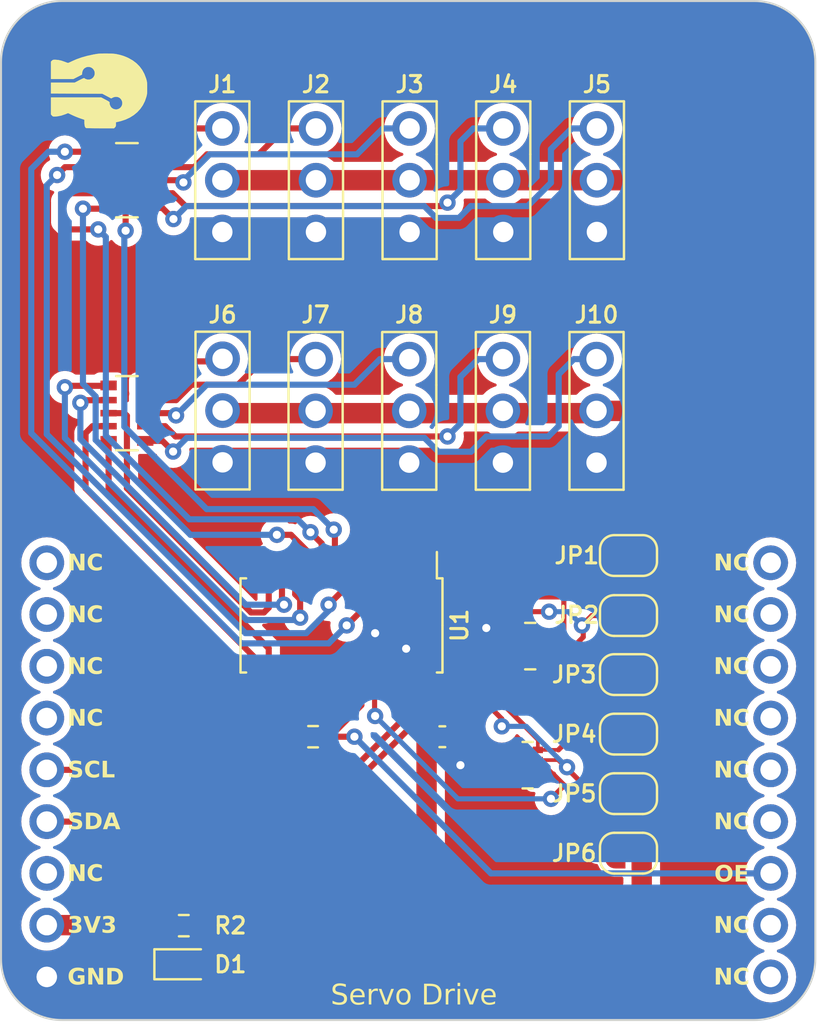
<source format=kicad_pcb>
(kicad_pcb (version 20221018) (generator pcbnew)
  (layers (0 "F.Cu" signal) (31 "B.Cu" signal) (34 "B.Paste" user) (35 "F.Paste" user) (36 "B.SilkS" user "B.Silkscreen") (37 "F.SilkS" user "F.Silkscreen") (38 "B.Mask" user) (39 "F.Mask" user) (44 "Edge.Cuts" user))
  (net 0 "")
  (net 1 "+3V3")
  (net 2 "GND")
  (net 3 "Net-(D1-A)")
  (net 4 "Net-(J1-Pin_1)")
  (net 5 "Net-(J2-Pin_1)")
  (net 6 "Net-(J3-Pin_1)")
  (net 7 "Net-(J4-Pin_1)")
  (net 8 "Net-(J5-Pin_1)")
  (net 9 "Net-(J6-Pin_1)")
  (net 10 "Net-(J7-Pin_1)")
  (net 11 "Net-(J8-Pin_1)")
  (net 12 "Net-(J9-Pin_1)")
  (net 13 "Net-(J10-Pin_1)")
  (net 14 "A0")
  (net 15 "A1")
  (net 16 "A2")
  (net 17 "A3")
  (net 18 "A4")
  (net 19 "A5")
  (net 20 "OE")
  (net 21 "PWM0")
  (net 22 "PWM1")
  (net 23 "PWM2")
  (net 24 "PWM3")
  (net 25 "PWM4")
  (net 26 "PWM5")
  (net 27 "PWM6")
  (net 28 "PWM7")
  (net 29 "PWM8")
  (net 30 "PWM9")
  (net 37 "SCL")
  (net 38 "SDA")
  (footprint "Connector_PinSocket_2.54mm:PinSocket_1x03_P2.54mm_Vertical" (layer "F.Cu") (at 88.209 63.373)
    (fp_text reference "J4")
    (fp_text value "Screw_Terminal_01x03" hide)
  )
  (footprint "Resistor_SMD:R_0603_1608Metric" (layer "F.Cu") (at 78.867 93.218 180)
    (fp_text reference "R1" hide)
    (fp_text value "10k" hide)
  )
  (footprint "Connector_PinSocket_2.54mm:PinSocket_1x03_P2.54mm_Vertical" (layer "F.Cu") (at 74.422 74.676)
    (fp_text reference "J6")
    (fp_text value "Screw_Terminal_01x03" hide)
  )
  (footprint "Jumper:SolderJumper-2_P1.3mm_Open_RoundedPad1.0x1.5mm" (layer "F.Cu") (at 94.361 84.328 180)
    (fp_text reference "JP1")
    (fp_text value "SolderJumper_2_Open" hide)
  )
  (footprint "LED_SMD:LED_0603_1608Metric" (layer "F.Cu") (at 72.557 104.384)
    (fp_text reference "D1")
    (fp_text value "LED" hide)
  )
  (footprint "Connector_PinSocket_2.54mm:PinSocket_1x03_P2.54mm_Vertical" (layer "F.Cu") (at 83.609 63.373)
    (fp_text reference "J3")
    (fp_text value "Screw_Terminal_01x03" hide)
  )
  (footprint "Connector_PinSocket_2.54mm:PinSocket_1x03_P2.54mm_Vertical" (layer "F.Cu") (at 88.191 74.691)
    (fp_text reference "J9")
    (fp_text value "Screw_Terminal_01x03" hide)
  )
  (footprint "Jumper:SolderJumper-2_P1.3mm_Open_RoundedPad1.0x1.5mm" (layer "F.Cu") (at 94.361 87.273 180)
    (fp_text reference "JP2")
    (fp_text value "SolderJumper_2_Open" hide)
  )
  (footprint "Connector_PinSocket_2.54mm:PinSocket_1x03_P2.54mm_Vertical" (layer "F.Cu") (at 74.409 63.373)
    (fp_text reference "J1")
    (fp_text value "Screw_Terminal_01x03" hide)
  )
  (footprint "Resistor_SMD:R_Array_Concave_4x0402" (layer "F.Cu") (at 89.408 94.615)
    (fp_text reference "RN4" hide)
    (fp_text value "R_Pack04" hide)
  )
  (footprint "Resistor_SMD:R_Array_Convex_5x0603" (layer "F.Cu") (at 69.723 77.343)
    (fp_text reference "RN2" hide)
    (fp_text value "220r" hide)
  )
  (footprint "Resistor_SMD:R_Array_Concave_4x0402" (layer "F.Cu") (at 89.535 88.773)
    (fp_text reference "RN3" hide)
    (fp_text value "R_Pack04" hide)
  )
  (footprint "Resistor_SMD:R_Array_Convex_5x0603" (layer "F.Cu") (at 69.723 65.913)
    (fp_text reference "RN1" hide)
    (fp_text value "220r" hide)
  )
  (footprint "Jumper:SolderJumper-2_P1.3mm_Open_RoundedPad1.0x1.5mm" (layer "F.Cu") (at 94.361 98.933 180)
    (fp_text reference "JP6")
    (fp_text value "ESolderJumper_2_Open" hide)
  )
  (footprint "Connector_PinSocket_2.54mm:PinSocket_1x03_P2.54mm_Vertical" (layer "F.Cu") (at 78.991 74.691)
    (fp_text reference "J7")
    (fp_text value "Screw_Terminal_01x03" hide)
  )
  (footprint "Moduler_:pin_header_5-3" (layer "F.Cu") (at 83.537366 94.875198)
    (fp_text reference "U2" hide)
    (fp_text value "~" hide)
    (fp_poly (pts (xy 17.154627 -37.750531) (xy 17.306893 -37.738952) (xy 17.456945 -37.719884) (xy 17.604595 -37.693514) (xy 17.749655 -37.660032) (xy 17.891935 -37.619627) (xy 18.031248 -37.572485) (xy 18.167406 -37.518797) (xy 18.300219 -37.458749) (xy 18.429499 -37.392531) (xy 18.555059 -37.320331) (xy 18.676709 -37.242337) (xy 18.794262 -37.158739) (xy 18.907528 -37.069723) (xy 19.01632 -36.975479) (xy 19.120449 -36.876195) (xy 19.219726 -36.772059) (xy 19.313964 -36.66326) (xy 19.402974 -36.549986) (xy 19.486568 -36.432426) (xy 19.564556 -36.310768) (xy 19.636751 -36.1852) (xy 19.702965 -36.055911) (xy 19.763009 -35.923089) (xy 19.816694 -35.786922) (xy 19.863832 -35.6476) (xy 19.904235 -35.50531) (xy 19.937715 -35.360241) (xy 19.964083 -35.212581) (xy 19.98315 -35.062518) (xy 19.994728 -34.910242) (xy 19.99863 -34.755939) (xy 19.99863 9.244306) (xy 19.994728 9.398609) (xy 19.98315 9.550885) (xy 19.964083 9.700948) (xy 19.937715 9.848608) (xy 19.904235 9.993677) (xy 19.863832 10.135968) (xy 19.816694 10.27529) (xy 19.763009 10.411456) (xy 19.702965 10.544278) (xy 19.636751 10.673567) (xy 19.564556 10.799135) (xy 19.486568 10.920794) (xy 19.402974 11.038354) (xy 19.313964 11.151628) (xy 19.219726 11.260427) (xy 19.120449 11.364562) (xy 19.01632 11.463846) (xy 18.907528 11.55809) (xy 18.794262 11.647106) (xy 18.676709 11.730705) (xy 18.555059 11.808698) (xy 18.429499 11.880898) (xy 18.300219 11.947116) (xy 18.167406 12.007163) (xy 18.031248 12.060852) (xy 17.891935 12.107993) (xy 17.749655 12.148399) (xy 17.604595 12.181881) (xy 17.456945 12.20825) (xy 17.306893 12.227319) (xy 17.154627 12.238898) (xy 17.000335 12.2428) (xy -17.000335 12.2428) (xy -17.154626 12.238898) (xy -17.306893 12.227319) (xy -17.456945 12.20825) (xy -17.604596 12.181881) (xy -17.749655 12.148399) (xy -17.891936 12.107993) (xy -18.031249 12.060852) (xy -18.167406 12.007163) (xy -18.30022 11.947116) (xy -18.4295 11.880898) (xy -18.55506 11.808698) (xy -18.67671 11.730705) (xy -18.794262 11.647106) (xy -18.907529 11.55809) (xy -19.016321 11.463846) (xy -19.120449 11.364562) (xy -19.219727 11.260427) (xy -19.313965 11.151628) (xy -19.402975 11.038354) (xy -19.486568 10.920794) (xy -19.564556 10.799135) (xy -19.636752 10.673567) (xy -19.702965 10.544278) (xy -19.763009 10.411456) (xy -19.816694 10.27529) (xy -19.863832 10.135968) (xy -19.904235 9.993677) (xy -19.937715 9.848608) (xy -19.964083 9.700948) (xy -19.98315 9.550885) (xy -19.994728 9.398609) (xy -19.99863 9.244306) (xy -19.99863 -34.755939) (xy -19.994728 -34.910242) (xy -19.98315 -35.062518) (xy -19.964083 -35.212581) (xy -19.937715 -35.360241) (xy -19.904235 -35.50531) (xy -19.863832 -35.6476) (xy -19.816694 -35.786922) (xy -19.763009 -35.923089) (xy -19.702965 -36.055911) (xy -19.636752 -36.1852) (xy -19.564556 -36.310768) (xy -19.486568 -36.432426) (xy -19.402975 -36.549986) (xy -19.313965 -36.66326) (xy -19.219727 -36.772059) (xy -19.120449 -36.876195) (xy -19.016321 -36.975479) (xy -18.907529 -37.069723) (xy -18.794262 -37.158739) (xy -18.67671 -37.242337) (xy -18.55506 -37.320331) (xy -18.4295 -37.392531) (xy -18.30022 -37.458749) (xy -18.167406 -37.518797) (xy -18.031249 -37.572485) (xy -17.891936 -37.619627) (xy -17.749655 -37.660032) (xy -17.604596 -37.693514) (xy -17.456945 -37.719884) (xy -17.306893 -37.738952) (xy -17.154626 -37.750531) (xy -17.000335 -37.754433) (xy 17.000335 -37.754433)) (stroke (width 0.1)) (fill none) (layer "Edge.Cuts"))
  )
  (footprint "Connector_PinSocket_2.54mm:PinSocket_1x03_P2.54mm_Vertical" (layer "F.Cu") (at 79.009 63.373)
    (fp_text reference "J2")
    (fp_text value "Screw_Terminal_01x03" hide)
  )
  (footprint "Connector_PinSocket_2.54mm:PinSocket_1x03_P2.54mm_Vertical" (layer "F.Cu") (at 92.809 63.373)
    (fp_text reference "J5")
    (fp_text value "Screw_Terminal_01x03" hide)
  )
  (footprint "Capacitor_SMD:C_0603_1608Metric" (layer "F.Cu") (at 85.217 93.218)
    (fp_text reference "C1" hide)
    (fp_text value "10uF" hide)
  )
  (footprint "Connector_PinSocket_2.54mm:PinSocket_1x03_P2.54mm_Vertical" (layer "F.Cu") (at 83.591 74.691)
    (fp_text reference "J8")
    (fp_text value "Screw_Terminal_01x03" hide)
  )
  (footprint "Jumper:SolderJumper-2_P1.3mm_Open_RoundedPad1.0x1.5mm" (layer "F.Cu") (at 94.361 96.012 180)
    (fp_text reference "JP5")
    (fp_text value "SolderJumper_2_Open" hide)
  )
  (footprint "Jumper:SolderJumper-2_P1.3mm_Open_RoundedPad1.0x1.5mm" (layer "F.Cu") (at 94.361 93.091 180)
    (fp_text reference "JP4")
    (fp_text value "SolderJumper_2_Open" hide)
  )
  (footprint "Jumper:SolderJumper-2_P1.3mm_Open_RoundedPad1.0x1.5mm" (layer "F.Cu") (at 94.361 90.17 180)
    (fp_text reference "JP3")
    (fp_text value "SolderJumper_2_Open" hide)
  )
  (footprint "Resistor_SMD:R_0603_1608Metric" (layer "F.Cu") (at 72.517 102.489)
    (fp_text reference "R2")
    (fp_text value "R" hide)
  )
  (footprint "Connector_PinSocket_2.54mm:PinSocket_1x03_P2.54mm_Vertical" (layer "F.Cu") (at 92.791 74.691)
    (fp_text reference "J10")
    (fp_text value "Screw_Terminal_01x03" hide)
  )
  (footprint "Package_SO:TSSOP-28_4.4x9.7mm_P0.65mm" (layer "F.Cu") (at 80.264 87.757 -90)
    (fp_text reference "U1")
    (fp_text value "PCA9685PW" hide)
  )
  (segment (start 95.011 78.12) (end 95.011 84.328) (width 1) (layer "F.Cu") (net 1))
  (segment (start 71.755 102.426) (end 71.755 101.092) (width 1) (layer "F.Cu") (net 1))
  (segment (start 83.566 99.314) (end 84.442 98.438) (width 1) (layer "F.Cu") (net 1))
  (segment (start 92.791 77.231) (end 94.122 77.231) (width 1) (layer "F.Cu") (net 1))
  (segment (start 71.6666 102.4636) (end 71.692 102.489) (width 1) (layer "F.Cu") (net 1))
  (segment (start 71.692 102.489) (end 71.755 102.426) (width 1) (layer "F.Cu") (net 1))
  (segment (start 65.786 102.4636) (end 71.6666 102.4636) (width 1) (layer "F.Cu") (net 1))
  (segment (start 95.011 96.012) (end 95.011 98.933) (width 1) (layer "F.Cu") (net 1))
  (segment (start 84.489 93.197) (end 84.468 93.218) (width 0.3) (layer "F.Cu") (net 1))
  (segment (start 92.809 65.913) (end 94.361 65.913) (width 1) (layer "F.Cu") (net 1))
  (segment (start 94.107 101.727) (end 95.011 100.823) (width 1) (layer "F.Cu") (net 1))
  (segment (start 81.915 99.314) (end 83.566 99.314) (width 1) (layer "F.Cu") (net 1))
  (segment (start 84.201 99.314) (end 86.614 101.727) (width 1) (layer "F.Cu") (net 1))
  (segment (start 84.442 98.438) (end 84.442 93.218) (width 1) (layer "F.Cu") (net 1))
  (segment (start 74.409 65.913) (end 92.809 65.913) (width 1) (layer "F.Cu") (net 1))
  (segment (start 94.996 66.548) (end 94.996 78.105) (width 1) (layer "F.Cu") (net 1))
  (segment (start 81.915 99.314) (end 84.201 99.314) (width 1) (layer "F.Cu") (net 1))
  (segment (start 95.011 84.328) (end 95.011 96.012) (width 1) (layer "F.Cu") (net 1))
  (segment (start 92.679 77.343) (end 92.791 77.231) (width 1) (layer "F.Cu") (net 1))
  (segment (start 94.361 65.913) (end 94.996 66.548) (width 1) (layer "F.Cu") (net 1))
  (segment (start 86.614 101.727) (end 94.107 101.727) (width 1) (layer "F.Cu") (net 1))
  (segment (start 94.122 77.231) (end 95.011 78.12) (width 1) (layer "F.Cu") (net 1))
  (segment (start 95.011 100.823) (end 95.011 98.933) (width 1) (layer "F.Cu") (net 1))
  (segment (start 71.755 101.092) (end 73.533 99.314) (width 1) (layer "F.Cu") (net 1))
  (segment (start 73.533 99.314) (end 81.915 99.314) (width 1) (layer "F.Cu") (net 1))
  (segment (start 84.489 90.6195) (end 84.489 93.197) (width 0.3) (layer "F.Cu") (net 1))
  (segment (start 74.422 77.343) (end 92.679 77.343) (width 1) (layer "F.Cu") (net 1))
  (segment (start 94.996 78.105) (end 95.011 78.12) (width 1) (layer "F.Cu") (net 1))
  (segment (start 88.908 88.523) (end 88.015 88.523) (width 0.2) (layer "F.Cu") (net 2))
  (segment (start 82.539 90.6195) (end 82.539 89.419) (width 0.3) (layer "F.Cu") (net 2))
  (segment (start 82.539 89.419) (end 82.677 89.281) (width 0.3) (layer "F.Cu") (net 2))
  (segment (start 88.908 93.865) (end 88.908 94.865) (width 0.25) (layer "F.Cu") (net 2))
  (segment (start 88.015 88.523) (end 87.376 87.884) (width 0.25) (layer "F.Cu") (net 2))
  (segment (start 88.908 88.523) (end 88.908 89.523) (width 0.25) (layer "F.Cu") (net 2))
  (via (at 87.376 87.884) (size 0.8) (drill 0.4) (layers "F.Cu" "B.Cu") (net 2))
  (via (at 81.915 88.138) (size 0.8) (drill 0.4) (layers "F.Cu" "B.Cu") (net 2))
  (via (at 86.106 94.615) (size 0.8) (drill 0.4) (layers "F.Cu" "B.Cu") (net 2))
  (via (at 83.439 88.9) (size 0.8) (drill 0.4) (layers "F.Cu" "B.Cu") (net 2))
  (segment (start 73.342 102.489) (end 73.342 104.3815) (width 0.3) (layer "F.Cu") (net 3))
  (segment (start 73.342 104.3815) (end 73.3445 104.384) (width 0.3) (layer "F.Cu") (net 3))
  (segment (start 70.623 64.553) (end 71.464 64.553) (width 0.3) (layer "F.Cu") (net 4))
  (segment (start 71.464 64.553) (end 72.644 63.373) (width 0.3) (layer "F.Cu") (net 4))
  (segment (start 72.644 63.373) (end 74.409 63.373) (width 0.3) (layer "F.Cu") (net 4))
  (segment (start 73.66 64.643) (end 76.2 64.643) (width 0.3) (layer "F.Cu") (net 5))
  (segment (start 77.47 63.373) (end 79.009 63.373) (width 0.3) (layer "F.Cu") (net 5))
  (segment (start 73.03 65.273) (end 73.66 64.643) (width 0.3) (layer "F.Cu") (net 5))
  (segment (start 70.623 65.273) (end 73.03 65.273) (width 0.3) (layer "F.Cu") (net 5))
  (segment (start 76.2 64.643) (end 77.47 63.373) (width 0.3) (layer "F.Cu") (net 5))
  (segment (start 72.389381 65.913) (end 70.623 65.913) (width 0.3) (layer "F.Cu") (net 6))
  (segment (start 72.498881 66.0225) (end 72.389381 65.913) (width 0.3) (layer "F.Cu") (net 6))
  (via (at 72.498881 66.0225) (size 0.8) (drill 0.4) (layers "F.Cu" "B.Cu") (net 6))
  (segment (start 73.787 64.643) (end 81.026 64.643) (width 0.3) (layer "B.Cu") (net 6))
  (segment (start 81.026 64.643) (end 82.296 63.373) (width 0.3) (layer "B.Cu") (net 6))
  (segment (start 72.498881 66.0225) (end 72.498881 65.931119) (width 0.3) (layer "B.Cu") (net 6))
  (segment (start 82.296 63.373) (end 83.609 63.373) (width 0.3) (layer "B.Cu") (net 6))
  (segment (start 72.498881 65.931119) (end 73.787 64.643) (width 0.3) (layer "B.Cu") (net 6))
  (segment (start 71.96872 66.553) (end 72.59872 67.183) (width 0.3) (layer "F.Cu") (net 7))
  (segment (start 72.59872 67.183) (end 85.3005 67.183) (width 0.3) (layer "F.Cu") (net 7))
  (segment (start 85.3005 67.183) (end 85.471 67.0125) (width 0.3) (layer "F.Cu") (net 7))
  (segment (start 70.623 66.553) (end 71.96872 66.553) (width 0.3) (layer "F.Cu") (net 7))
  (via (at 85.471 67.0125) (size 0.8) (drill 0.4) (layers "F.Cu" "B.Cu") (net 7))
  (segment (start 86.741 63.373) (end 88.209 63.373) (width 0.3) (layer "B.Cu") (net 7))
  (segment (start 85.471 67.0125) (end 86.106 66.3775) (width 0.3) (layer "B.Cu") (net 7))
  (segment (start 86.106 64.008) (end 86.741 63.373) (width 0.3) (layer "B.Cu") (net 7))
  (segment (start 86.106 66.3775) (end 86.106 64.008) (width 0.3) (layer "B.Cu") (net 7))
  (segment (start 71.464 67.273) (end 70.623 67.273) (width 0.3) (layer "F.Cu") (net 8))
  (segment (start 72.009 67.818) (end 71.464 67.273) (width 0.3) (layer "F.Cu") (net 8))
  (via (at 72.009 67.818) (size 0.8) (drill 0.4) (layers "F.Cu" "B.Cu") (net 8))
  (segment (start 91.567 63.373) (end 92.809 63.373) (width 0.3) (layer "B.Cu") (net 8))
  (segment (start 72.644 67.183) (end 84.327419 67.183) (width 0.3) (layer "B.Cu") (net 8))
  (segment (start 72.009 67.818) (end 72.644 67.183) (width 0.3) (layer "B.Cu") (net 8))
  (segment (start 84.327419 67.183) (end 84.906919 67.7625) (width 0.3) (layer "B.Cu") (net 8))
  (segment (start 86.0345 67.7625) (end 86.614 67.183) (width 0.3) (layer "B.Cu") (net 8))
  (segment (start 84.906919 67.7625) (end 86.0345 67.7625) (width 0.3) (layer "B.Cu") (net 8))
  (segment (start 90.551 66.04) (end 90.551 64.389) (width 0.3) (layer "B.Cu") (net 8))
  (segment (start 90.551 64.389) (end 91.567 63.373) (width 0.3) (layer "B.Cu") (net 8))
  (segment (start 89.408 67.183) (end 90.551 66.04) (width 0.3) (layer "B.Cu") (net 8))
  (segment (start 86.614 67.183) (end 89.408 67.183) (width 0.3) (layer "B.Cu") (net 8))
  (segment (start 71.464 75.983) (end 72.644 74.803) (width 0.3) (layer "F.Cu") (net 9))
  (segment (start 70.623 75.983) (end 71.464 75.983) (width 0.3) (layer "F.Cu") (net 9))
  (segment (start 72.644 74.803) (end 74.422 74.803) (width 0.3) (layer "F.Cu") (net 9))
  (segment (start 72.141 76.703) (end 72.898 75.946) (width 0.3) (layer "F.Cu") (net 10))
  (segment (start 76.439 74.691) (end 78.991 74.691) (width 0.3) (layer "F.Cu") (net 10))
  (segment (start 70.623 76.703) (end 72.141 76.703) (width 0.3) (layer "F.Cu") (net 10))
  (segment (start 72.898 75.946) (end 75.184 75.946) (width 0.3) (layer "F.Cu") (net 10))
  (segment (start 75.184 75.946) (end 76.439 74.691) (width 0.3) (layer "F.Cu") (net 10))
  (segment (start 72.136 77.4525) (end 72.0265 77.343) (width 0.3) (layer "F.Cu") (net 11))
  (segment (start 72.0265 77.343) (end 70.623 77.343) (width 0.3) (layer "F.Cu") (net 11))
  (via (at 72.136 77.4525) (size 0.8) (drill 0.4) (layers "F.Cu" "B.Cu") (net 11))
  (segment (start 72.136 77.4525) (end 73.6425 75.946) (width 0.3) (layer "B.Cu") (net 11))
  (segment (start 82.154 74.691) (end 83.591 74.691) (width 0.3) (layer "B.Cu") (net 11))
  (segment (start 73.6425 75.946) (end 80.899 75.946) (width 0.3) (layer "B.Cu") (net 11))
  (segment (start 80.899 75.946) (end 82.154 74.691) (width 0.3) (layer "B.Cu") (net 11))
  (segment (start 72.108839 78.486) (end 85.471 78.486) (width 0.3) (layer "F.Cu") (net 12))
  (segment (start 71.605839 77.983) (end 72.108839 78.486) (width 0.3) (layer "F.Cu") (net 12))
  (segment (start 70.623 77.983) (end 71.605839 77.983) (width 0.3) (layer "F.Cu") (net 12))
  (via (at 85.471 78.486) (size 0.8) (drill 0.4) (layers "F.Cu" "B.Cu") (net 12))
  (segment (start 86.98 74.691) (end 88.191 74.691) (width 0.3) (layer "B.Cu") (net 12))
  (segment (start 85.471 78.486) (end 86.106 77.851) (width 0.3) (layer "B.Cu") (net 12))
  (segment (start 86.106 77.851) (end 86.106 75.565) (width 0.3) (layer "B.Cu") (net 12))
  (segment (start 86.106 75.565) (end 86.98 74.691) (width 0.3) (layer "B.Cu") (net 12))
  (segment (start 71.992427 79.226405) (end 71.469022 78.703) (width 0.3) (layer "F.Cu") (net 13))
  (segment (start 71.469022 78.703) (end 70.623 78.703) (width 0.3) (layer "F.Cu") (net 13))
  (via (at 71.992427 79.226405) (size 0.8) (drill 0.4) (layers "F.Cu" "B.Cu") (net 13))
  (segment (start 90.932 75.438) (end 91.679 74.691) (width 0.3) (layer "B.Cu") (net 13))
  (segment (start 71.992427 79.226405) (end 72.662832 78.556) (width 0.3) (layer "B.Cu") (net 13))
  (segment (start 90.424 78.486) (end 90.932 77.978) (width 0.3) (layer "B.Cu") (net 13))
  (segment (start 87.376 78.486) (end 90.424 78.486) (width 0.3) (layer "B.Cu") (net 13))
  (segment (start 86.626 79.236) (end 87.376 78.486) (width 0.3) (layer "B.Cu") (net 13))
  (segment (start 84.340339 78.556) (end 85.020339 79.236) (width 0.3) (layer "B.Cu") (net 13))
  (segment (start 90.932 77.978) (end 90.932 75.438) (width 0.3) (layer "B.Cu") (net 13))
  (segment (start 85.020339 79.236) (end 86.626 79.236) (width 0.3) (layer "B.Cu") (net 13))
  (segment (start 72.662832 78.556) (end 84.340339 78.556) (width 0.3) (layer "B.Cu") (net 13))
  (segment (start 91.679 74.691) (end 92.791 74.691) (width 0.3) (layer "B.Cu") (net 13))
  (segment (start 91.821 84.328) (end 91.186 84.963) (width 0.25) (layer "F.Cu") (net 14))
  (segment (start 84.489 84.8945) (end 84.455 84.9285) (width 0.25) (layer "F.Cu") (net 14))
  (segment (start 84.455 85.725) (end 85.09 86.36) (width 0.25) (layer "F.Cu") (net 14))
  (segment (start 85.09 86.36) (end 91.186 86.36) (width 0.25) (layer "F.Cu") (net 14))
  (segment (start 90.035 88.523) (end 90.674 88.523) (width 0.18) (layer "F.Cu") (net 14))
  (segment (start 93.711 84.328) (end 91.821 84.328) (width 0.25) (layer "F.Cu") (net 14))
  (segment (start 90.674 88.523) (end 91.186 88.011) (width 0.18) (layer "F.Cu") (net 14))
  (segment (start 91.186 84.963) (end 91.186 86.36) (width 0.25) (layer "F.Cu") (net 14))
  (segment (start 84.455 84.9285) (end 84.455 85.725) (width 0.25) (layer "F.Cu") (net 14))
  (segment (start 91.186 88.011) (end 91.186 86.36) (width 0.25) (layer "F.Cu") (net 14))
  (segment (start 92.1385 88.3285) (end 92.1385 87.6935) (width 0.25) (layer "F.Cu") (net 15))
  (segment (start 91.444 89.023) (end 92.1385 88.3285) (width 0.25) (layer "F.Cu") (net 15))
  (segment (start 90.035 89.023) (end 91.444 89.023) (width 0.18) (layer "F.Cu") (net 15))
  (segment (start 90.4615 87.0845) (end 85.178104 87.0845) (width 0.25) (layer "F.Cu") (net 15))
  (segment (start 85.178104 87.0845) (end 83.839 85.745396) (width 0.25) (layer "F.Cu") (net 15))
  (segment (start 92.559 87.273) (end 93.711 87.273) (width 0.25) (layer "F.Cu") (net 15))
  (segment (start 92.075 87.757) (end 92.1385 87.6935) (width 0.25) (layer "F.Cu") (net 15))
  (segment (start 92.1385 87.6935) (end 92.559 87.273) (width 0.25) (layer "F.Cu") (net 15))
  (segment (start 83.839 85.745396) (end 83.839 84.8945) (width 0.25) (layer "F.Cu") (net 15))
  (via (at 90.4615 87.0845) (size 0.8) (drill 0.4) (layers "F.Cu" "B.Cu") (net 15))
  (via (at 92.075 87.757) (size 0.8) (drill 0.4) (layers "F.Cu" "B.Cu") (net 15))
  (segment (start 90.4615 87.0845) (end 91.4025 87.0845) (width 0.25) (layer "B.Cu") (net 15))
  (segment (start 91.4025 87.0845) (end 92.075 87.757) (width 0.25) (layer "B.Cu") (net 15))
  (segment (start 90.035 89.523) (end 91.174 89.523) (width 0.18) (layer "F.Cu") (net 16))
  (segment (start 91.186 89.535) (end 91.821 90.17) (width 0.25) (layer "F.Cu") (net 16))
  (segment (start 83.189 85.731792) (end 87.881208 90.424) (width 0.25) (layer "F.Cu") (net 16))
  (segment (start 87.881208 90.424) (end 89.662 90.424) (width 0.25) (layer "F.Cu") (net 16))
  (segment (start 83.189 84.8945) (end 83.189 85.731792) (width 0.25) (layer "F.Cu") (net 16))
  (segment (start 89.662 90.424) (end 89.916 90.17) (width 0.25) (layer "F.Cu") (net 16))
  (segment (start 90.035 89.523) (end 90.035 90.051) (width 0.18) (layer "F.Cu") (net 16))
  (segment (start 91.821 90.17) (end 93.711 90.17) (width 0.25) (layer "F.Cu") (net 16))
  (segment (start 90.035 90.051) (end 89.916 90.17) (width 0.18) (layer "F.Cu") (net 16))
  (segment (start 91.174 89.523) (end 91.186 89.535) (width 0.18) (layer "F.Cu") (net 16))
  (segment (start 82.539 85.968) (end 89.908 93.337) (width 0.25) (layer "F.Cu") (net 17))
  (segment (start 90.92 93.865) (end 91.694 93.091) (width 0.25) (layer "F.Cu") (net 17))
  (segment (start 89.908 93.865) (end 90.92 93.865) (width 0.18) (layer "F.Cu") (net 17))
  (segment (start 82.539 84.8945) (end 82.539 85.968) (width 0.25) (layer "F.Cu") (net 17))
  (segment (start 89.908 93.337) (end 89.908 93.865) (width 0.18) (layer "F.Cu") (net 17))
  (segment (start 91.694 93.091) (end 93.711 93.091) (width 0.25) (layer "F.Cu") (net 17))
  (segment (start 92.583 96.012) (end 93.711 96.012) (width 0.25) (layer "F.Cu") (net 18))
  (segment (start 90.936 94.365) (end 92.583 96.012) (width 0.25) (layer "F.Cu") (net 18))
  (segment (start 88.138 92.71) (end 88.138 92.341786) (width 0.25) (layer "F.Cu") (net 18))
  (segment (start 88.138 92.341786) (end 81.889 86.092786) (width 0.25) (layer "F.Cu") (net 18))
  (segment (start 89.908 94.365) (end 90.936 94.365) (width 0.18) (layer "F.Cu") (net 18))
  (segment (start 81.889 86.092786) (end 81.889 84.8945) (width 0.25) (layer "F.Cu") (net 18))
  (via (at 91.341299 94.713701) (size 0.8) (drill 0.4) (layers "F.Cu" "B.Cu") (net 18))
  (via (at 88.138 92.71) (size 0.8) (drill 0.4) (layers "F.Cu" "B.Cu") (net 18))
  (segment (start 89.337598 92.71) (end 91.341299 94.713701) (width 0.25) (layer "B.Cu") (net 18))
  (segment (start 88.138 92.71) (end 89.337598 92.71) (width 0.25) (layer "B.Cu") (net 18))
  (segment (start 90.678 95.0468) (end 90.678 95.075) (width 0.25) (layer "F.Cu") (net 19))
  (segment (start 90.678 95.075) (end 91.21 95.607) (width 0.25) (layer "F.Cu") (net 19))
  (segment (start 81.889 92.176) (end 81.915 92.202) (width 0.3) (layer "F.Cu") (net 19))
  (segment (start 81.889 90.6195) (end 81.889 92.176) (width 0.25) (layer "F.Cu") (net 19))
  (segment (start 91.21 95.607) (end 91.948 96.345) (width 0.25) (layer "F.Cu") (net 19))
  (segment (start 91.948 98.044) (end 92.837 98.933) (width 0.25) (layer "F.Cu") (net 19))
  (segment (start 90.4962 94.865) (end 90.678 95.0468) (width 0.18) (layer "F.Cu") (net 19))
  (segment (start 92.837 98.933) (end 93.711 98.933) (width 0.25) (layer "F.Cu") (net 19))
  (segment (start 89.908 94.865) (end 90.4962 94.865) (width 0.18) (layer "F.Cu") (net 19))
  (segment (start 91.948 96.345) (end 91.948 98.044) (width 0.25) (layer "F.Cu") (net 19))
  (segment (start 90.6145 96.2025) (end 91.21 95.607) (width 0.25) (layer "F.Cu") (net 19))
  (via (at 81.915 92.202) (size 0.8) (drill 0.4) (layers "F.Cu" "B.Cu") (net 19))
  (via (at 90.551 96.266) (size 0.8) (drill 0.4) (layers "F.Cu" "B.Cu") (net 19))
  (segment (start 85.979 96.266) (end 90.551 96.266) (width 0.25) (layer "B.Cu") (net 19))
  (segment (start 81.915 92.202) (end 85.979 96.266) (width 0.25) (layer "B.Cu") (net 19))
  (segment (start 79.692 93.218) (end 80.899 93.218) (width 0.3) (layer "F.Cu") (net 20))
  (segment (start 81.239 90.6195) (end 81.239 91.671) (width 0.3) (layer "F.Cu") (net 20))
  (segment (start 81.239 91.671) (end 79.692 93.218) (width 0.3) (layer "F.Cu") (net 20))
  (via (at 80.899 93.218) (size 0.8) (drill 0.4) (layers "F.Cu" "B.Cu") (net 20))
  (segment (start 80.899 93.218) (end 87.6046 99.9236) (width 0.3) (layer "B.Cu") (net 20))
  (segment (start 87.6046 99.9236) (end 101.346 99.9236) (width 0.3) (layer "B.Cu") (net 20))
  (segment (start 68.786 64.516) (end 68.823 64.553) (width 0.3) (layer "F.Cu") (net 21))
  (segment (start 81.239 84.8945) (end 81.239 87.036) (width 0.3) (layer "F.Cu") (net 21))
  (segment (start 66.675 64.516) (end 68.786 64.516) (width 0.3) (layer "F.Cu") (net 21))
  (segment (start 81.239 87.036) (end 80.518 87.757) (width 0.3) (layer "F.Cu") (net 21))
  (via (at 80.518 87.757) (size 0.8) (drill 0.4) (layers "F.Cu" "B.Cu") (net 21))
  (via (at 66.675 64.516) (size 0.8) (drill 0.4) (layers "F.Cu" "B.Cu") (net 21))
  (segment (start 80.518 87.757) (end 79.637 88.638) (width 0.3) (layer "B.Cu") (net 21))
  (segment (start 79.637 88.638) (end 75.340682 88.638) (width 0.3) (layer "B.Cu") (net 21))
  (segment (start 65.868339 64.516) (end 66.675 64.516) (width 0.3) (layer "B.Cu") (net 21))
  (segment (start 75.340682 88.638) (end 65.024 78.321318) (width 0.3) (layer "B.Cu") (net 21))
  (segment (start 65.024 65.360339) (end 65.868339 64.516) (width 0.3) (layer "B.Cu") (net 21))
  (segment (start 65.024 78.321318) (end 65.024 65.360339) (width 0.3) (layer "B.Cu") (net 21))
  (segment (start 80.589 84.8945) (end 80.589 85.781) (width 0.3) (layer "F.Cu") (net 22))
  (segment (start 66.294 65.659) (end 66.68 65.273) (width 0.3) (layer "F.Cu") (net 22))
  (segment (start 66.68 65.273) (end 68.823 65.273) (width 0.3) (layer "F.Cu") (net 22))
  (segment (start 80.589 85.781) (end 79.629 86.741) (width 0.3) (layer "F.Cu") (net 22))
  (via (at 79.629 86.741) (size 0.8) (drill 0.4) (layers "F.Cu" "B.Cu") (net 22))
  (via (at 66.294 65.659) (size 0.8) (drill 0.4) (layers "F.Cu" "B.Cu") (net 22))
  (segment (start 66.294 65.659) (end 65.786 66.167) (width 0.3) (layer "B.Cu") (net 22))
  (segment (start 78.530661 88.138) (end 79.629 87.039661) (width 0.3) (layer "B.Cu") (net 22))
  (segment (start 75.547788 88.138) (end 78.530661 88.138) (width 0.3) (layer "B.Cu") (net 22))
  (segment (start 65.786 78.376212) (end 75.547788 88.138) (width 0.3) (layer "B.Cu") (net 22))
  (segment (start 65.786 66.167) (end 65.786 78.376212) (width 0.3) (layer "B.Cu") (net 22))
  (segment (start 79.629 87.039661) (end 79.629 86.741) (width 0.3) (layer "B.Cu") (net 22))
  (segment (start 79.939 84.8945) (end 79.939 83.114) (width 0.3) (layer "F.Cu") (net 23))
  (segment (start 69.523 65.913) (end 68.823 65.913) (width 0.3) (layer "F.Cu") (net 23))
  (segment (start 79.939 83.114) (end 79.883 83.058) (width 0.3) (layer "F.Cu") (net 23))
  (segment (start 69.6595 66.0495) (end 69.523 65.913) (width 0.3) (layer "F.Cu") (net 23))
  (segment (start 69.6595 68.3895) (end 69.6595 66.0495) (width 0.3) (layer "F.Cu") (net 23))
  (via (at 79.883 83.058) (size 0.8) (drill 0.4) (layers "F.Cu" "B.Cu") (net 23))
  (via (at 69.6595 68.3895) (size 0.8) (drill 0.4) (layers "F.Cu" "B.Cu") (net 23))
  (segment (start 69.596 78.006) (end 73.64 82.05) (width 0.3) (layer "B.Cu") (net 23))
  (segment (start 73.64 82.05) (end 78.875 82.05) (width 0.3) (layer "B.Cu") (net 23))
  (segment (start 69.6595 68.3895) (end 69.596 68.453) (width 0.3) (layer "B.Cu") (net 23))
  (segment (start 69.596 68.453) (end 69.596 78.006) (width 0.3) (layer "B.Cu") (net 23))
  (segment (start 78.875 82.05) (end 79.883 83.058) (width 0.3) (layer "B.Cu") (net 23))
  (segment (start 66.548 67.945) (end 66.929 68.326) (width 0.3) (layer "F.Cu") (net 24))
  (segment (start 79.289 83.734) (end 78.74 83.185) (width 0.3) (layer "F.Cu") (net 24))
  (segment (start 66.929 68.326) (end 68.3135 68.326) (width 0.3) (layer "F.Cu") (net 24))
  (segment (start 79.289 84.8945) (end 79.289 83.734) (width 0.3) (layer "F.Cu") (net 24))
  (segment (start 68.823 66.553) (end 66.924 66.553) (width 0.3) (layer "F.Cu") (net 24))
  (segment (start 66.548 66.929) (end 66.548 67.945) (width 0.3) (layer "F.Cu") (net 24))
  (segment (start 66.924 66.553) (end 66.548 66.929) (width 0.3) (layer "F.Cu") (net 24))
  (via (at 78.74 83.185) (size 0.8) (drill 0.4) (layers "F.Cu" "B.Cu") (net 24))
  (via (at 68.3135 68.326) (size 0.8) (drill 0.4) (layers "F.Cu" "B.Cu") (net 24))
  (segment (start 72.788212 82.55) (end 78.105 82.55) (width 0.3) (layer "B.Cu") (net 24))
  (segment (start 78.105 82.55) (end 78.74 83.185) (width 0.3) (layer "B.Cu") (net 24))
  (segment (start 68.3135 68.326) (end 68.687 68.6995) (width 0.3) (layer "B.Cu") (net 24))
  (segment (start 68.687 78.448788) (end 72.788212 82.55) (width 0.3) (layer "B.Cu") (net 24))
  (segment (start 68.687 68.6995) (end 68.687 78.448788) (width 0.3) (layer "B.Cu") (net 24))
  (segment (start 67.564 67.31) (end 68.786 67.31) (width 0.3) (layer "F.Cu") (net 25))
  (segment (start 77.780396 83.312) (end 78.639 84.170604) (width 0.3) (layer "F.Cu") (net 25))
  (segment (start 77.089 83.312) (end 77.780396 83.312) (width 0.3) (layer "F.Cu") (net 25))
  (segment (start 78.639 84.170604) (end 78.639 84.8945) (width 0.3) (layer "F.Cu") (net 25))
  (segment (start 68.786 67.31) (end 68.823 67.273) (width 0.3) (layer "F.Cu") (net 25))
  (via (at 67.564 67.31) (size 0.8) (drill 0.4) (layers "F.Cu" "B.Cu") (net 25))
  (via (at 77.089 83.312) (size 0.8) (drill 0.4) (layers "F.Cu" "B.Cu") (net 25))
  (segment (start 67.564 75.901339) (end 68.187 76.524339) (width 0.3) (layer "B.Cu") (net 25))
  (segment (start 67.564 67.31) (end 67.564 75.901339) (width 0.3) (layer "B.Cu") (net 25))
  (segment (start 68.187 78.655894) (end 72.843106 83.312) (width 0.3) (layer "B.Cu") (net 25))
  (segment (start 68.187 76.524339) (end 68.187 78.655894) (width 0.3) (layer "B.Cu") (net 25))
  (segment (start 72.843106 83.312) (end 77.089 83.312) (width 0.3) (layer "B.Cu") (net 25))
  (segment (start 77.989 86.230839) (end 78.232 86.473839) (width 0.3) (layer "F.Cu") (net 26))
  (segment (start 78.232 86.473839) (end 78.232 87.376) (width 0.3) (layer "F.Cu") (net 26))
  (segment (start 77.989 84.8945) (end 77.989 86.230839) (width 0.3) (layer "F.Cu") (net 26))
  (segment (start 66.675 76.073) (end 66.746381 76.001619) (width 0.3) (layer "F.Cu") (net 26))
  (segment (start 66.746381 76.001619) (end 68.804381 76.001619) (width 0.3) (layer "F.Cu") (net 26))
  (segment (start 68.804381 76.001619) (end 68.823 75.983) (width 0.3) (layer "F.Cu") (net 26))
  (via (at 66.675 76.073) (size 0.8) (drill 0.4) (layers "F.Cu" "B.Cu") (net 26))
  (via (at 78.232 87.376) (size 0.8) (drill 0.4) (layers "F.Cu" "B.Cu") (net 26))
  (segment (start 66.675 78.558106) (end 66.675 76.073) (width 0.3) (layer "B.Cu") (net 26))
  (segment (start 75.607894 87.491) (end 66.675 78.558106) (width 0.3) (layer "B.Cu") (net 26))
  (segment (start 78.232 87.376) (end 78.117 87.491) (width 0.3) (layer "B.Cu") (net 26))
  (segment (start 78.117 87.491) (end 75.607894 87.491) (width 0.3) (layer "B.Cu") (net 26))
  (segment (start 77.4385 86.741) (end 77.339 86.6415) (width 0.3) (layer "F.Cu") (net 27))
  (segment (start 68.818 76.708) (end 68.823 76.703) (width 0.3) (layer "F.Cu") (net 27))
  (segment (start 67.564 76.708) (end 68.818 76.708) (width 0.3) (layer "F.Cu") (net 27))
  (segment (start 77.339 86.6415) (end 77.339 84.8945) (width 0.3) (layer "F.Cu") (net 27))
  (segment (start 67.437 76.835) (end 67.564 76.708) (width 0.3) (layer "F.Cu") (net 27))
  (via (at 77.4385 86.741) (size 0.8) (drill 0.4) (layers "F.Cu" "B.Cu") (net 27))
  (via (at 67.437 76.835) (size 0.8) (drill 0.4) (layers "F.Cu" "B.Cu") (net 27))
  (segment (start 75.565 86.741) (end 67.437 78.613) (width 0.3) (layer "B.Cu") (net 27))
  (segment (start 77.4385 86.741) (end 75.565 86.741) (width 0.3) (layer "B.Cu") (net 27))
  (segment (start 67.437 78.613) (end 67.437 76.835) (width 0.3) (layer "B.Cu") (net 27))
  (segment (start 76.689 86.887) (end 76.454 87.122) (width 0.3) (layer "F.Cu") (net 28))
  (segment (start 76.689 84.8945) (end 76.689 86.887) (width 0.3) (layer "F.Cu") (net 28))
  (segment (start 76.454 87.122) (end 75.819 87.122) (width 0.3) (layer "F.Cu") (net 28))
  (segment (start 75.819 87.122) (end 69.723 81.026) (width 0.3) (layer "F.Cu") (net 28))
  (segment (start 69.723 81.026) (end 69.723 77.47) (width 0.3) (layer "F.Cu") (net 28))
  (segment (start 69.596 77.343) (end 68.823 77.343) (width 0.3) (layer "F.Cu") (net 28))
  (segment (start 69.723 77.47) (end 69.596 77.343) (width 0.3) (layer "F.Cu") (net 28))
  (segment (start 67.691 78.3235) (end 67.691 81.026) (width 0.3) (layer "F.Cu") (net 29))
  (segment (start 68.0315 77.983) (end 67.691 78.3235) (width 0.3) (layer "F.Cu") (net 29))
  (segment (start 67.691 81.026) (end 76.039 89.374) (width 0.3) (layer "F.Cu") (net 29))
  (segment (start 68.823 77.983) (end 68.0315 77.983) (width 0.3) (layer "F.Cu") (net 29))
  (segment (start 76.039 89.374) (end 76.039 90.6195) (width 0.3) (layer "F.Cu") (net 29))
  (segment (start 68.823 81.015) (end 76.689 88.881) (width 0.3) (layer "F.Cu") (net 30))
  (segment (start 68.823 78.703) (end 68.823 81.015) (width 0.3) (layer "F.Cu") (net 30))
  (segment (start 76.689 88.881) (end 76.689 90.6195) (width 0.3) (layer "F.Cu") (net 30))
  (segment (start 80.7974 94.8436) (end 65.786 94.8436) (width 0.3) (layer "F.Cu") (net 37))
  (segment (start 83.189 92.452) (end 80.7974 94.8436) (width 0.3) (layer "F.Cu") (net 37))
  (segment (start 83.189 90.6195) (end 83.189 92.452) (width 0.3) (layer "F.Cu") (net 37))
  (segment (start 83.839 90.6195) (end 83.839 92.532827) (width 0.3) (layer "F.Cu") (net 38))
  (segment (start 83.642 92.729827) (end 83.642 92.761) (width 0.3) (layer "F.Cu") (net 38))
  (segment (start 79.0194 97.3836) (end 65.786 97.3836) (width 0.3) (layer "F.Cu") (net 38))
  (segment (start 83.642 92.761) (end 79.0194 97.3836) (width 0.3) (layer "F.Cu") (net 38))
  (segment (start 83.839 92.532827) (end 83.642 92.729827) (width 0.3) (layer "F.Cu") (net 38))
  (zone (net 2) (net_name "GND") (layers "F&B.Cu") (connect_pads yes (clearance 0.4)) (min_thickness 0.15) (fill yes (thermal_gap 0.5) (thermal_bridge_width 0.5))
    (polygon (pts (xy 63.5 57.15) (xy 103.632 57.15) (xy 103.632 107.188) (xy 103.505 107.315) (xy 63.5 107.315)))
  )
)
</source>
